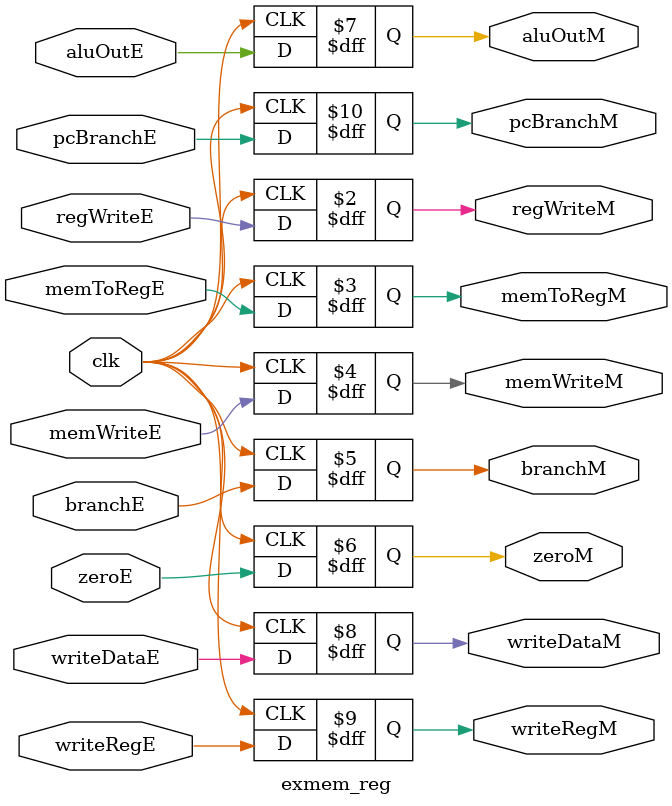
<source format=v>
module exmem_reg (

  input clk,

  // control signals
  output reg regWriteM,
  output reg memToRegM,
  output reg memWriteM,
  output reg branchM,

  input regWriteE,
  input memToRegE,
  input memWriteE,
  input branchE,
   
  // cpu wires
  output reg zeroM,
  output reg aluOutM,
  output reg writeDataM,
  output reg writeRegM,
  output reg pcBranchM,

  input zeroE,
  input aluOutE,
  input writeRegE,
  input writeDataE,
  input pcBranchE
);
	
	always @(posedge clk) begin
		// control signals
		regWriteM <= regWriteE;
		memToRegM <= memToRegE;
		memWriteM <= memWriteE;
		branchM <= branchE;

		// cpu wires
		zeroM <= zeroE;
		aluOutM <= aluOutE;
		writeDataM <= writeDataE;
		writeRegM <= writeRegE;
		pcBranchM <= pcBranchE;		
	end
endmodule

</source>
